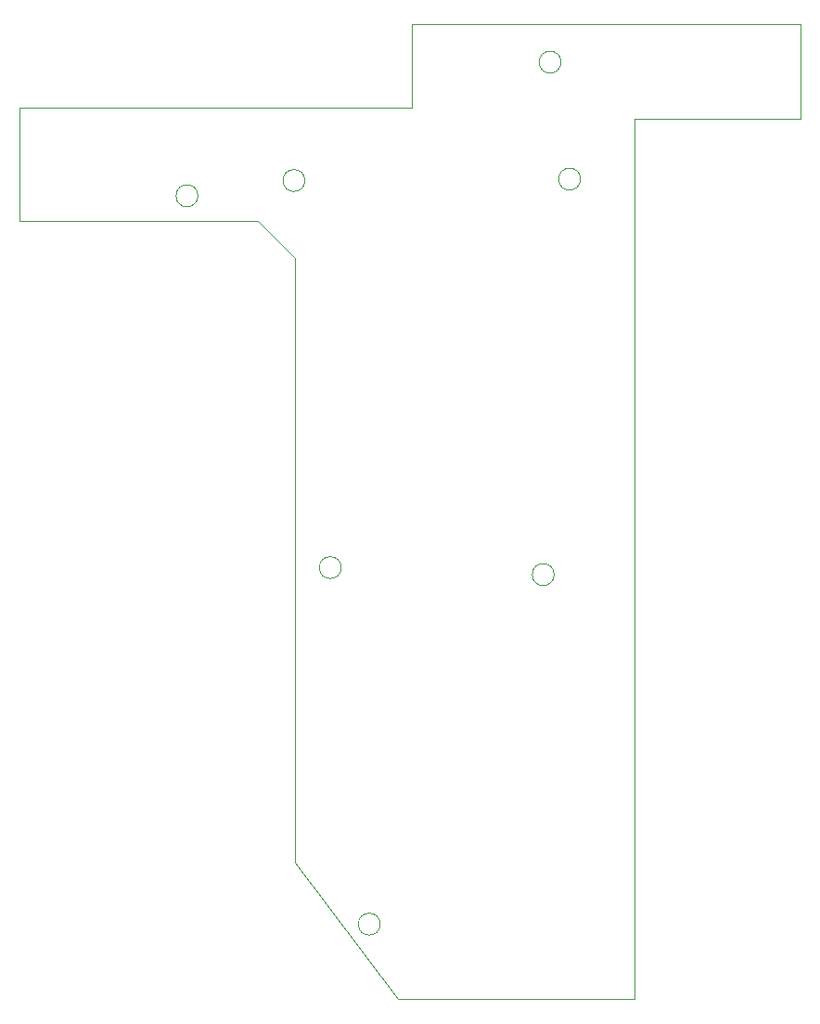
<source format=gm1>
%TF.GenerationSoftware,KiCad,Pcbnew,7.0.2-0*%
%TF.CreationDate,2025-01-26T18:27:29-07:00*%
%TF.ProjectId,LeftMB,4c656674-4d42-42e6-9b69-6361645f7063,rev?*%
%TF.SameCoordinates,Original*%
%TF.FileFunction,Profile,NP*%
%FSLAX46Y46*%
G04 Gerber Fmt 4.6, Leading zero omitted, Abs format (unit mm)*
G04 Created by KiCad (PCBNEW 7.0.2-0) date 2025-01-26 18:27:29*
%MOMM*%
%LPD*%
G01*
G04 APERTURE LIST*
%TA.AperFunction,Profile*%
%ADD10C,0.050000*%
%TD*%
G04 APERTURE END LIST*
D10*
X103251000Y-66167000D02*
G75*
G03*
X103251000Y-66167000I-1000000J0D01*
G01*
X81407000Y-101600000D02*
G75*
G03*
X81407000Y-101600000I-1000000J0D01*
G01*
X77216000Y-128524000D02*
X86590000Y-140970000D01*
X77216000Y-73406000D02*
X77216000Y-128524000D01*
X52070000Y-59690000D02*
X52070000Y-69977000D01*
X78089000Y-66294000D02*
G75*
G03*
X78089000Y-66294000I-1000000J0D01*
G01*
X123317000Y-52070000D02*
X123317000Y-59309000D01*
X68326000Y-67691000D02*
G75*
G03*
X68326000Y-67691000I-1000000J0D01*
G01*
X87860000Y-59690000D02*
X87884000Y-52070000D01*
X84963000Y-134112000D02*
G75*
G03*
X84963000Y-134112000I-1000000J0D01*
G01*
X100838000Y-102235000D02*
G75*
G03*
X100838000Y-102235000I-1000000J0D01*
G01*
X52070000Y-69977000D02*
X73787000Y-69977000D01*
X86590000Y-140970000D02*
X108180000Y-140970000D01*
X101473000Y-55499000D02*
G75*
G03*
X101473000Y-55499000I-1000000J0D01*
G01*
X123317000Y-59309000D02*
X123317000Y-60706000D01*
X87884000Y-52070000D02*
X123317000Y-52070000D01*
X108204000Y-60706000D02*
X108180000Y-140970000D01*
X123317000Y-60706000D02*
X108204000Y-60706000D01*
X73787000Y-69977000D02*
X77216000Y-73406000D01*
X87860000Y-59690000D02*
X52070000Y-59690000D01*
M02*

</source>
